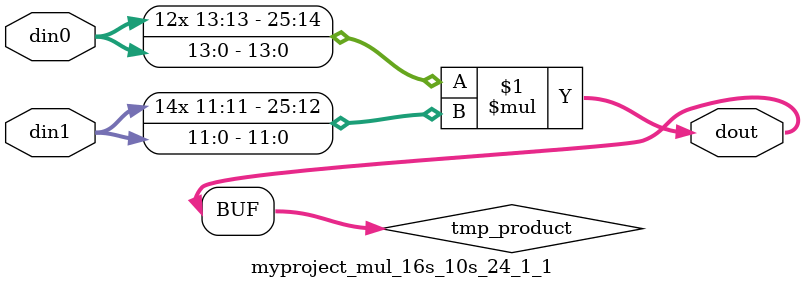
<source format=v>

`timescale 1 ns / 1 ps

  module myproject_mul_16s_10s_24_1_1(din0, din1, dout);
parameter ID = 1;
parameter NUM_STAGE = 0;
parameter din0_WIDTH = 14;
parameter din1_WIDTH = 12;
parameter dout_WIDTH = 26;

input [din0_WIDTH - 1 : 0] din0; 
input [din1_WIDTH - 1 : 0] din1; 
output [dout_WIDTH - 1 : 0] dout;

wire signed [dout_WIDTH - 1 : 0] tmp_product;













assign tmp_product = $signed(din0) * $signed(din1);








assign dout = tmp_product;







endmodule

</source>
